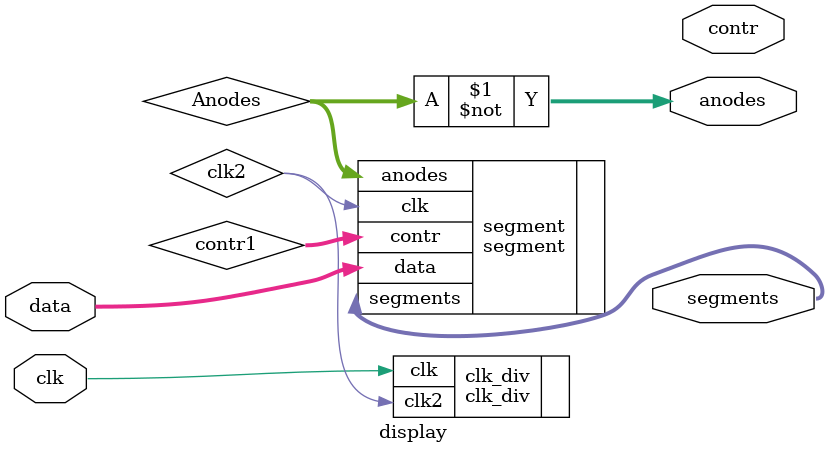
<source format=v>
module display(

input clk,
input [7:0] data,

output [3:0] anodes,
output [7:0] segments,
output reg [2:0] contr
);

wire [3:0]Anodes;

wire [2:0]contr1;
assign anodes = ~Anodes;

clk_div clk_div(.clk(clk), .clk2(clk2));

segment segment(.clk(clk2), .data(data), .anodes(Anodes), .segments(segments), .contr(contr1));

endmodule

</source>
